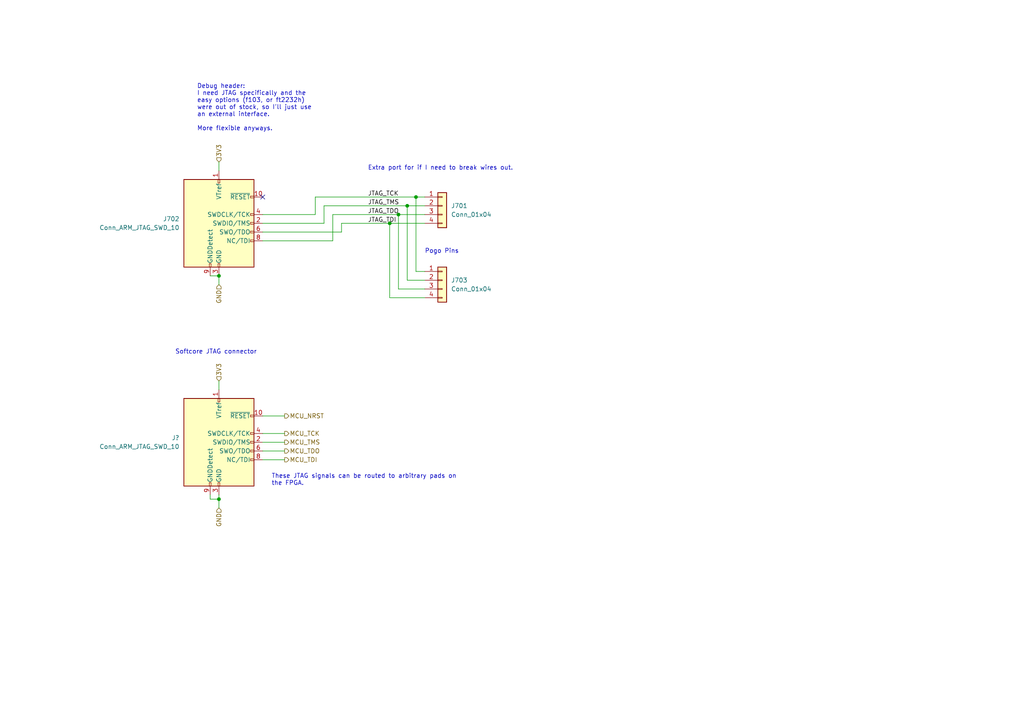
<source format=kicad_sch>
(kicad_sch (version 20211123) (generator eeschema)
  (paper "A4")
  (lib_symbols
    (symbol "Connector:Conn_ARM_JTAG_SWD_10" (pin_names (offset 1.016))
      (property "Reference" "J" (at -2.54 16.51 0))
      (property "Value" "Conn_ARM_JTAG_SWD_10" (at -2.54 13.97 0))
      (symbol "Conn_ARM_JTAG_SWD_10_0_1"
        (rectangle (start -10.16 12.7) (end 10.16 -12.7) (stroke (width 0.254)) (fill (type background)))
        (rectangle (start -2.794 -12.7) (end -2.286 -11.684))
        (rectangle (start -0.254 -12.7) (end 0.254 -11.684))
        (rectangle (start -0.254 12.7) (end 0.254 11.684))
        (rectangle (start 9.144 2.286) (end 10.16 2.794))
        (rectangle (start 10.16 -2.794) (end 9.144 -2.286))
        (rectangle (start 10.16 -0.254) (end 9.144 0.254))
        (rectangle (start 10.16 7.874) (end 9.144 7.366))
      )
      (symbol "Conn_ARM_JTAG_SWD_10_1_1"
        (rectangle (start 9.144 -5.334) (end 10.16 -4.826))
        (pin power_in line (at 0 15.24 270) (length 2.54) (name "VTref") (number "1"))
        (pin open_collector line (at 12.7 7.62 180) (length 2.54) (name "~{RESET}") (number "10"))
        (pin bidirectional line (at 12.7 0 180) (length 2.54) (name "SWDIO/TMS") (number "2"))
        (pin power_in line (at 0 -15.24 90) (length 2.54) (name "GND") (number "3"))
        (pin output line (at 12.7 2.54 180) (length 2.54) (name "SWDCLK/TCK") (number "4"))
        (pin passive line (at 0 -15.24 90) (length 2.54) hide (name "GND") (number "5"))
        (pin input line (at 12.7 -2.54 180) (length 2.54) (name "SWO/TDO") (number "6"))
        (pin no_connect line (at -10.16 0 0) (length 2.54) hide (name "KEY") (number "7"))
        (pin output line (at 12.7 -5.08 180) (length 2.54) (name "NC/TDI") (number "8"))
        (pin passive line (at -2.54 -15.24 90) (length 2.54) (name "GNDDetect") (number "9"))
      )
    )
    (symbol "Connector_Generic:Conn_01x04" (pin_names (offset 1.016) hide)
      (property "Reference" "J" (at 0 5.08 0))
      (property "Value" "Conn_01x04" (at 0 -7.62 0))
      (symbol "Conn_01x04_1_1"
        (rectangle (start -1.27 -4.953) (end 0 -5.207) (stroke (width 0.1524)))
        (rectangle (start -1.27 -2.413) (end 0 -2.667) (stroke (width 0.1524)))
        (rectangle (start -1.27 0.127) (end 0 -0.127) (stroke (width 0.1524)))
        (rectangle (start -1.27 2.667) (end 0 2.413) (stroke (width 0.1524)))
        (rectangle (start -1.27 3.81) (end 1.27 -6.35) (stroke (width 0.254)) (fill (type background)))
        (pin passive line (at -5.08 2.54 0) (length 3.81) (name "Pin_1") (number "1"))
        (pin passive line (at -5.08 0 0) (length 3.81) (name "Pin_2") (number "2"))
        (pin passive line (at -5.08 -2.54 0) (length 3.81) (name "Pin_3") (number "3"))
        (pin passive line (at -5.08 -5.08 0) (length 3.81) (name "Pin_4") (number "4"))
      )
    )
  )
  (junction (at 118.11 59.69))
  (junction (at 113.03 64.77))
  (junction (at 63.5 80.01))
  (junction (at 120.65 57.15))
  (junction (at 115.57 62.23))
  (junction (at 63.5 144.78))
  (no_connect (at 76.2 57.15))
  (wire (pts (xy 113.03 64.77) (xy 113.03 86.36)))
  (wire (pts (xy 63.5 144.78) (xy 63.5 147.32)))
  (wire (pts (xy 113.03 86.36) (xy 123.19 86.36)))
  (wire (pts (xy 63.5 144.78) (xy 63.5 143.51)))
  (wire (pts (xy 115.57 83.82) (xy 123.19 83.82)))
  (wire (pts (xy 113.03 64.77) (xy 123.19 64.77)))
  (wire (pts (xy 93.98 59.69) (xy 118.11 59.69)))
  (wire (pts (xy 60.96 80.01) (xy 63.5 80.01)))
  (wire (pts (xy 115.57 62.23) (xy 123.19 62.23)))
  (wire (pts (xy 76.2 64.77) (xy 93.98 64.77)))
  (wire (pts (xy 96.52 69.85) (xy 96.52 62.23)))
  (wire (pts (xy 63.5 110.49) (xy 63.5 113.03)))
  (wire (pts (xy 63.5 46.99) (xy 63.5 49.53)))
  (wire (pts (xy 93.98 64.77) (xy 93.98 59.69)))
  (wire (pts (xy 76.2 125.73) (xy 82.55 125.73)))
  (wire (pts (xy 76.2 133.35) (xy 82.55 133.35)))
  (wire (pts (xy 91.44 62.23) (xy 91.44 57.15)))
  (wire (pts (xy 118.11 59.69) (xy 123.19 59.69)))
  (wire (pts (xy 91.44 57.15) (xy 120.65 57.15)))
  (wire (pts (xy 60.96 144.78) (xy 63.5 144.78)))
  (wire (pts (xy 63.5 80.01) (xy 63.5 82.55)))
  (wire (pts (xy 118.11 81.28) (xy 123.19 81.28)))
  (wire (pts (xy 76.2 62.23) (xy 91.44 62.23)))
  (wire (pts (xy 96.52 62.23) (xy 115.57 62.23)))
  (wire (pts (xy 99.06 67.31) (xy 99.06 64.77)))
  (wire (pts (xy 76.2 67.31) (xy 99.06 67.31)))
  (wire (pts (xy 76.2 128.27) (xy 82.55 128.27)))
  (wire (pts (xy 115.57 62.23) (xy 115.57 83.82)))
  (wire (pts (xy 76.2 130.81) (xy 82.55 130.81)))
  (wire (pts (xy 118.11 59.69) (xy 118.11 81.28)))
  (wire (pts (xy 60.96 143.51) (xy 60.96 144.78)))
  (wire (pts (xy 76.2 69.85) (xy 96.52 69.85)))
  (wire (pts (xy 120.65 78.74) (xy 120.65 57.15)))
  (wire (pts (xy 76.2 120.65) (xy 82.55 120.65)))
  (wire (pts (xy 120.65 57.15) (xy 123.19 57.15)))
  (wire (pts (xy 123.19 78.74) (xy 120.65 78.74)))
  (wire (pts (xy 99.06 64.77) (xy 113.03 64.77)))
  (text "Pogo Pins" (at 123.19 73.66 0) (effects (font (size 1.27 1.27)) (justify left bottom)))
  (text "Softcore JTAG connector" (at 50.8 102.87 0) (effects (font (size 1.27 1.27)) (justify left bottom)))
  (text "These JTAG signals can be routed to arbitrary pads on\nthe FPGA." (at 78.74 140.97 0) (effects (font (size 1.27 1.27)) (justify left bottom)))
  (text "Debug header:\nI need JTAG specifically and the\neasy options (f103, or ft2232h)\nwere out of stock, so I'll just use\nan external interface.\n\nMore flexible anyways." (at 57.15 38.1 0) (effects (font (size 1.27 1.27)) (justify left bottom)))
  (text "Extra port for if I need to break wires out." (at 106.68 49.53 0) (effects (font (size 1.27 1.27)) (justify left bottom)))
  (label "JTAG_TCK" (at 106.68 57.15 0))
  (label "JTAG_TDO" (at 106.68 62.23 0))
  (label "JTAG_TDI" (at 106.68 64.77 0))
  (label "JTAG_TMS" (at 106.68 59.69 0))
  (hierarchical_label "MCU_TCK" (shape output) (at 82.55 125.73 0))
  (hierarchical_label "MCU_TMS" (shape output) (at 82.55 128.27 0))
  (hierarchical_label "MCU_TDI" (shape output) (at 82.55 133.35 0))
  (hierarchical_label "3V3" (shape input) (at 63.5 46.99 90))
  (hierarchical_label "3V3" (shape input) (at 63.5 110.49 90))
  (hierarchical_label "MCU_TDO" (shape output) (at 82.55 130.81 0))
  (hierarchical_label "GND" (shape input) (at 63.5 82.55 270))
  (hierarchical_label "MCU_NRST" (shape output) (at 82.55 120.65 0))
  (hierarchical_label "GND" (shape input) (at 63.5 147.32 270))
  (symbol (lib_id "Connector_Generic:Conn_01x04") (at 128.27 59.69 0) (unit 1)
    (property "Reference" "J701" (at 130.81 59.6899 0) (effects (justify left)))
    (property "Value" "Conn_01x04" (at 130.81 62.2299 0) (effects (justify left)))
  )
  (symbol (lib_id "Connector:Conn_ARM_JTAG_SWD_10") (at 63.5 64.77 0) (unit 1)
    (property "Reference" "J702" (at 52.07 63.4999 0) (effects (justify right)))
    (property "Value" "Conn_ARM_JTAG_SWD_10" (at 52.07 66.0399 0) (effects (justify right)))
    (property "Datasheet" "http://infocenter.arm.com/help/topic/com.arm.doc.ddi0314h/DDI0314H_coresight_components_trm.pdf" (effects hide))
  )
  (symbol (lib_id "Connector_Generic:Conn_01x04") (at 128.27 81.28 0) (unit 1)
    (property "Reference" "J703" (at 130.81 81.2799 0) (effects (justify left)))
    (property "Value" "Conn_01x04" (at 130.81 83.8199 0) (effects (justify left)))
  )
  (symbol (lib_id "Connector:Conn_ARM_JTAG_SWD_10") (at 63.5 128.27 0) (unit 1)
    (property "Reference" "J?" (at 52.07 126.9999 0) (effects (justify right)))
    (property "Value" "Conn_ARM_JTAG_SWD_10" (at 52.07 129.5399 0) (effects (justify right)))
    (property "Datasheet" "http://infocenter.arm.com/help/topic/com.arm.doc.ddi0314h/DDI0314H_coresight_components_trm.pdf" (effects hide))
  )
)
</source>
